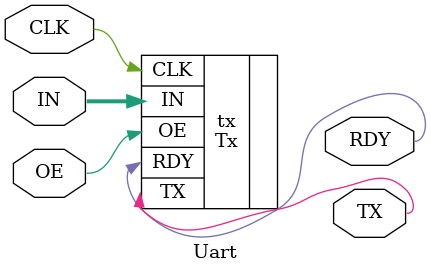
<source format=v>
`include "Uart/Tx.v"

module Uart #(
	parameter
		Bauds = 9_600,
		W     = 8,
		Wstop = 1
) (
	input [W-1:0] IN,

	input
		CLK,
		OE,

	output
		RDY,
		TX
);

	Tx #(
		.Bauds(Bauds),
		.W(W),
		.Wstop(Wstop)
	) tx(
		.CLK,
		.IN,
		.OE,
		.RDY,
		.TX
	);

endmodule

</source>
